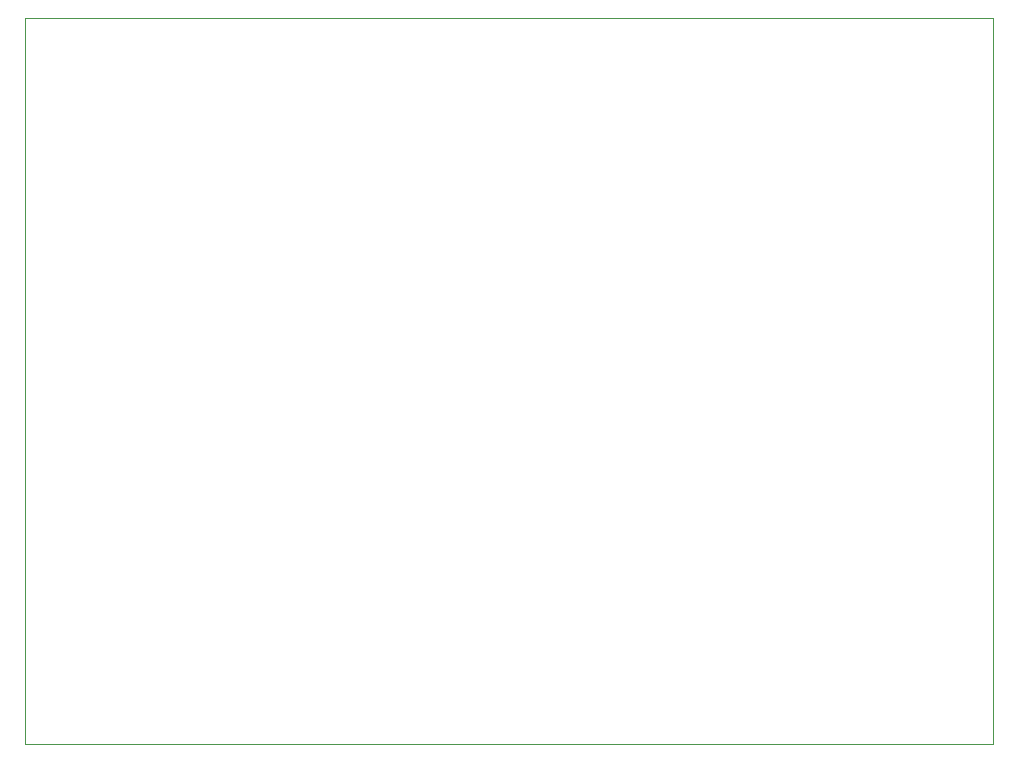
<source format=gbr>
%TF.GenerationSoftware,KiCad,Pcbnew,9.0.7*%
%TF.CreationDate,2026-02-10T21:25:41+00:00*%
%TF.ProjectId,micro discord board,6d696372-6f20-4646-9973-636f72642062,rev?*%
%TF.SameCoordinates,Original*%
%TF.FileFunction,Profile,NP*%
%FSLAX46Y46*%
G04 Gerber Fmt 4.6, Leading zero omitted, Abs format (unit mm)*
G04 Created by KiCad (PCBNEW 9.0.7) date 2026-02-10 21:25:41*
%MOMM*%
%LPD*%
G01*
G04 APERTURE LIST*
%TA.AperFunction,Profile*%
%ADD10C,0.050000*%
%TD*%
G04 APERTURE END LIST*
D10*
X76200000Y-35718750D02*
X158206256Y-35718750D01*
X158206256Y-97142172D01*
X76200000Y-97142172D01*
X76200000Y-35718750D01*
M02*

</source>
